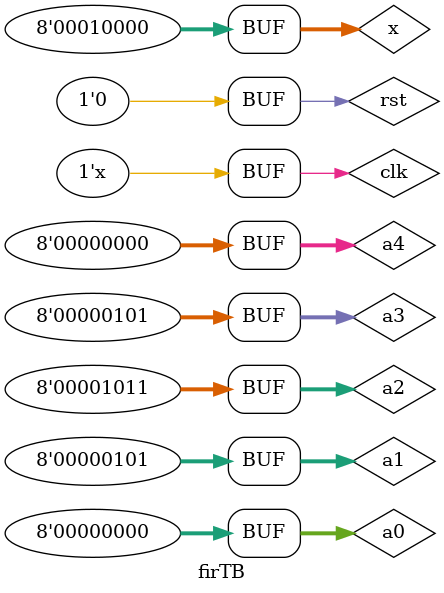
<source format=v>
`timescale 1ns / 1ps


module firTB;
reg clk,rst;
reg [7:0] a0,a1,a2,a3,a4,x;
wire [15:0] y;

FIR FIR11(clk,rst,x,a0,a1,a2,a3,a4,y);
initial begin
clk =0;
end
always
#5 clk = !clk;
initial begin
rst=1;x=8'b00000000;
a0=8'b00000000; //0.25
 a1=8'b00000101; //0.125
 a2=8'b00001011;  //0.375
 a3=8'b00000101;  //0.125
 a4=8'b00000000;  //0.625
// a5=8'b10001000; //0.25
// a6=8'b00000000; //0.375
#7
rst=0;
#12 x=8'b01010000; //x7=0.625
#12 x=8'b00100000; //x6=0.25
#12 x=8'b01100000; //x5=0.75
#12 x=8'b01010000; //x4=0.625
#12 x=8'b01000000; //x3=0.5
#12 x=8'b00100000; //x2=0.25
#12 x=8'b01000000;  //x1=0.5
#12 x=8'b00010000; //x0= 0.125

//#10 rst = 0; a=4'd2; x=4'd1; 
//#10 a=4'd2; x=4'd2;
//#10 a=4'd2; x=4'd1; 
//#10 rst=1; a=4'd2; x=4'd1; 
//#10 rst=0;a=4'd2; x=4'b1101; 
//#10 a=4'd2; x=4'd2; 
end
endmodule


</source>
